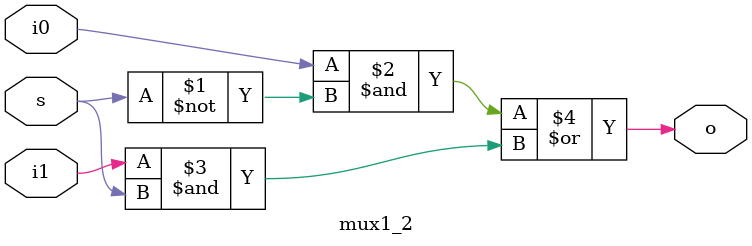
<source format=v>
`timescale 1ns / 1ps


module mux1_2(i0,i1,s,o);
input i0,i1,s;
output o;
assign o = (i0&~s)|(i1&s);
endmodule

</source>
